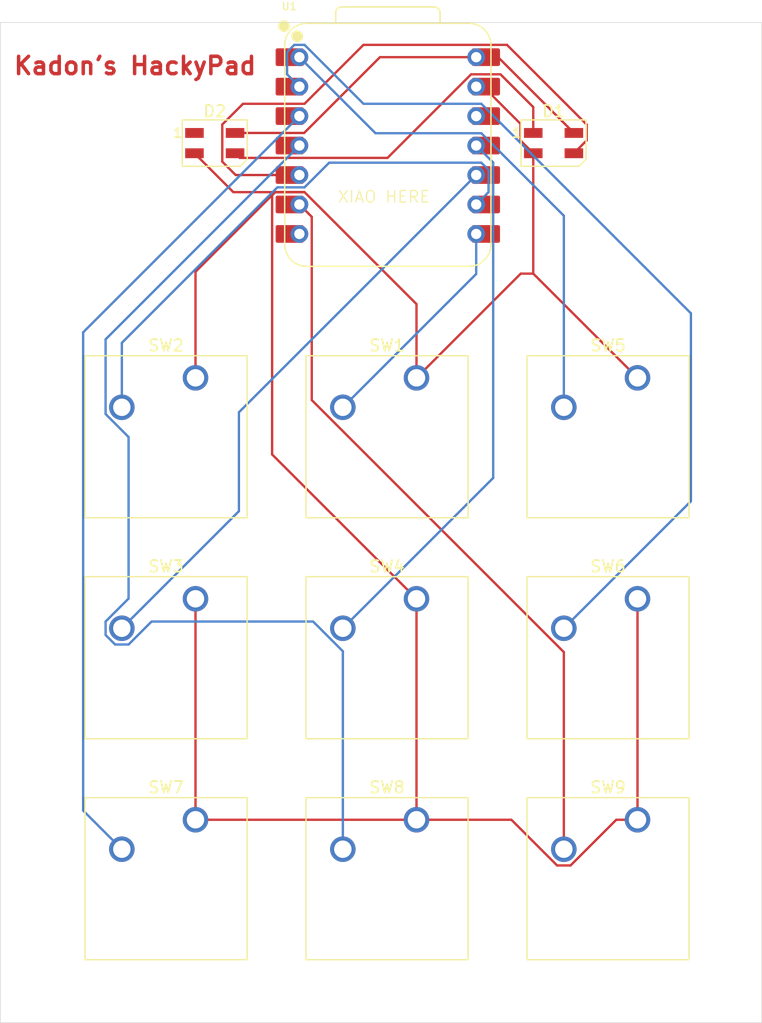
<source format=kicad_pcb>
(kicad_pcb (version 20241229) (generator "pcbnew") (generator_version "9.0")
  (layers (0 "F.Cu" signal) (2 "B.Cu" signal) (13 "F.Paste" user) (15 "B.Paste" user) (5 "F.SilkS" user "F.Silkscreen") (7 "B.SilkS" user "B.Silkscreen") (1 "F.Mask" user) (3 "B.Mask" user) (25 "Edge.Cuts" user))
  (net 0 "")
  (net 1 "Net-(D1-DOUT)")
  (net 2 "GND")
  (net 3 "+5V")
  (net 4 "Net-(D1-DIN)")
  (net 6 "Net-(U1-GPIO1{slash}RX)")
  (net 7 "Net-(U1-GPIO2{slash}SCK)")
  (net 8 "Net-(U1-GPIO4{slash}MISO)")
  (net 9 "Net-(U1-GPIO3{slash}MOSI)")
  (net 12 "Net-(U1-GPIO28{slash}ADC2{slash}A2)")
  (net 13 "Net-(U1-GPIO7{slash}SCL)")
  (net 14 "Net-(U1-GPIO27{slash}ADC1{slash}A1)")
  (net 15 "Net-(U1-GPIO29{slash}ADC3{slash}A3)")
  (net 16 "Net-(U1-GPIO26{slash}ADC0{slash}A0)")
  (footprint "Button_Switch_Keyboard:SW_Cherry_MX_1.00u_PCB" (layer "F.Cu") (at 197.8025 121.12625)
    (property "Reference" "SW7" (at -2.54 -2.794 0) (layer "F.SilkS"))
    (property "Value" "SW_Push")
    (fp_line (start -9.525 -1.905) (end 4.445 -1.905) (stroke (width 0.12)) (layer "F.SilkS"))
    (fp_line (start -9.525 12.065) (end -9.525 -1.905) (stroke (width 0.12)) (layer "F.SilkS"))
    (fp_line (start 4.445 -1.905) (end 4.445 12.065) (stroke (width 0.12)) (layer "F.SilkS"))
    (fp_line (start 4.445 12.065) (end -9.525 12.065) (stroke (width 0.12)) (layer "F.SilkS"))
    (pad "" np_thru_hole circle (at -7.62 5.08) (size 1.7 1.7) (drill 1.7) (layers "*.Cu" "*.Mask"))
    (pad "" np_thru_hole circle (at -2.54 5.08) (size 4 4) (drill 4) (layers "*.Cu" "*.Mask"))
    (pad "" np_thru_hole circle (at 2.54 5.08) (size 1.7 1.7) (drill 1.7) (layers "*.Cu" "*.Mask"))
    (pad "1" thru_hole circle (at 0 0) (size 2.2 2.2) (drill 1.5) (layers "*.Cu" "*.Mask") (net 2 "GND"))
    (pad "2" thru_hole circle (at -6.35 2.54) (size 2.2 2.2) (drill 1.5) (layers "*.Cu" "*.Mask") (net 12 "Net-(U1-GPIO28{slash}ADC2{slash}A2)"))
  )
  (footprint "Button_Switch_Keyboard:SW_Cherry_MX_1.00u_PCB" (layer "F.Cu") (at 216.8525 83.02625)
    (property "Reference" "SW1" (at -2.54 -2.794 0) (layer "F.SilkS"))
    (property "Value" "SW_Push")
    (fp_line (start -9.525 -1.905) (end 4.445 -1.905) (stroke (width 0.12)) (layer "F.SilkS"))
    (fp_line (start -9.525 12.065) (end -9.525 -1.905) (stroke (width 0.12)) (layer "F.SilkS"))
    (fp_line (start 4.445 -1.905) (end 4.445 12.065) (stroke (width 0.12)) (layer "F.SilkS"))
    (fp_line (start 4.445 12.065) (end -9.525 12.065) (stroke (width 0.12)) (layer "F.SilkS"))
    (pad "" np_thru_hole circle (at -7.62 5.08) (size 1.7 1.7) (drill 1.7) (layers "*.Cu" "*.Mask"))
    (pad "" np_thru_hole circle (at -2.54 5.08) (size 4 4) (drill 4) (layers "*.Cu" "*.Mask"))
    (pad "" np_thru_hole circle (at 2.54 5.08) (size 1.7 1.7) (drill 1.7) (layers "*.Cu" "*.Mask"))
    (pad "1" thru_hole circle (at 0 0) (size 2.2 2.2) (drill 1.5) (layers "*.Cu" "*.Mask") (net 2 "GND"))
    (pad "2" thru_hole circle (at -6.35 2.54) (size 2.2 2.2) (drill 1.5) (layers "*.Cu" "*.Mask") (net 6 "Net-(U1-GPIO1{slash}RX)"))
  )
  (footprint "LED_SMD:LED_SK6812MINI_PLCC4_3.5x3.5mm_P1.75mm" (layer "F.Cu") (at 199.46125 62.7875)
    (property "Reference" "D2" (at 0 -2.75 0) (layer "F.SilkS"))
    (property "Value" "SK6812MINI")
    (fp_line (start -2.8 -2) (end -2.8 2) (stroke (width 0.12)) (layer "F.SilkS"))
    (fp_line (start -2.8 -2) (end 2.8 -2) (stroke (width 0.12)) (layer "F.SilkS"))
    (fp_line (start -2.8 2) (end 2.2 2) (stroke (width 0.12)) (layer "F.SilkS"))
    (fp_line (start 2.8 1.4) (end 2.2 2) (stroke (width 0.12)) (layer "F.SilkS"))
    (fp_line (start 2.8 1.4) (end 2.8 -2) (stroke (width 0.12)) (layer "F.SilkS"))
    (fp_text user "1" (at -3.2 -0.875 0) (layer "F.SilkS") (effects (font (size 0.8 0.8))))
    (pad "1" smd rect (at -1.75 -0.875) (size 1.6 0.85) (layers "F.Cu" "F.Mask" "F.Paste"))
    (pad "2" smd rect (at -1.75 0.875) (size 1.6 0.85) (layers "F.Cu" "F.Mask" "F.Paste") (net 2 "GND"))
    (pad "3" smd rect (at 1.75 0.875) (size 1.6 0.85) (layers "F.Cu" "F.Mask" "F.Paste") (net 1 "Net-(D1-DOUT)"))
    (pad "4" smd rect (at 1.75 -0.875) (size 1.6 0.85) (layers "F.Cu" "F.Mask" "F.Paste") (net 3 "+5V"))
  )
  (footprint "OPL:XIAO-RP2040-DIP" (layer "F.Cu") (at 214.38 63)
    (property "Reference" "U1" (at -8.5 -12 0) (layer "F.SilkS") (effects (font (size 0.635 0.635) (thickness 0.1016))))
    (property "Value" "XIAO-RP2040-DIP")
    (fp_line (start -8.89 8.509) (end -8.89 -8.636) (stroke (width 0.127)) (layer "F.SilkS"))
    (fp_line (start -6.985 10.414) (end 6.985 10.414) (stroke (width 0.127)) (layer "F.SilkS"))
    (fp_line (start -4.495 -10.541) (end -4.491272 -11.451272) (stroke (width 0.127)) (layer "F.SilkS"))
    (fp_line (start -3.991272 -11.951) (end 4.004 -11.951) (stroke (width 0.127)) (layer "F.SilkS"))
    (fp_line (start 4.504 -11.451) (end 4.504 -10.541) (stroke (width 0.127)) (layer "F.SilkS"))
    (fp_line (start 6.985 -10.541) (end -6.985 -10.541) (stroke (width 0.1)) (layer "F.SilkS"))
    (fp_line (start 6.985 -10.541) (end -6.985 -10.541) (stroke (width 0.127)) (layer "F.SilkS"))
    (fp_line (start 8.89 8.509) (end 8.89 -8.636) (stroke (width 0.127)) (layer "F.SilkS"))
    (fp_arc (start -8.89 -8.636) (mid -8.332038 -9.983038) (end -6.985 -10.541) (stroke (width 0.127)) (layer "F.SilkS"))
    (fp_arc (start -6.985 10.414) (mid -8.332038 9.856038) (end -8.89 8.509) (stroke (width 0.127)) (layer "F.SilkS"))
    (fp_arc (start -4.491272 -11.451272) (mid -4.344728 -11.80464) (end -3.991272 -11.951) (stroke (width 0.127)) (layer "F.SilkS"))
    (fp_arc (start 4.004 -11.951) (mid 4.357553 -11.804553) (end 4.504 -11.451) (stroke (width 0.127)) (layer "F.SilkS"))
    (fp_arc (start 6.985 -10.541) (mid 8.332038 -9.983038) (end 8.89 -8.636) (stroke (width 0.127)) (layer "F.SilkS"))
    (fp_arc (start 8.89 8.509) (mid 8.332038 9.856038) (end 6.985 10.414) (stroke (width 0.127)) (layer "F.SilkS"))
    (fp_circle (center -8.95 -10.3) (end -8.95 -10.554) (stroke (width 0.5)) (fill yes) (layer "F.SilkS"))
    (fp_circle (center -7.807 -9.42) (end -7.807 -9.674) (stroke (width 0.5)) (fill yes) (layer "F.SilkS"))
    (pad "1" smd roundrect (at -8.455 -7.62 180) (size 2.432 1.524) (layers "F.Cu" "F.Mask") (roundrect_rratio 0.1) (net 16 "Net-(U1-GPIO26{slash}ADC0{slash}A0)"))
    (pad "1" thru_hole circle (at -7.62 -7.62 180) (size 1.524 1.524) (drill 0.889) (layers "*.Cu" "*.Mask") (net 16 "Net-(U1-GPIO26{slash}ADC0{slash}A0)"))
    (pad "2" smd roundrect (at -8.455 -5.08 180) (size 2.432 1.524) (layers "F.Cu" "F.Mask") (roundrect_rratio 0.1) (net 14 "Net-(U1-GPIO27{slash}ADC1{slash}A1)"))
    (pad "2" thru_hole circle (at -7.62 -5.08 180) (size 1.524 1.524) (drill 0.889) (layers "*.Cu" "*.Mask") (net 14 "Net-(U1-GPIO27{slash}ADC1{slash}A1)"))
    (pad "3" smd roundrect (at -8.455 -2.54 180) (size 2.432 1.524) (layers "F.Cu" "F.Mask") (roundrect_rratio 0.1) (net 12 "Net-(U1-GPIO28{slash}ADC2{slash}A2)"))
    (pad "3" thru_hole circle (at -7.62 -2.54 180) (size 1.524 1.524) (drill 0.889) (layers "*.Cu" "*.Mask") (net 12 "Net-(U1-GPIO28{slash}ADC2{slash}A2)"))
    (pad "4" smd roundrect (at -8.455 0 180) (size 2.432 1.524) (layers "F.Cu" "F.Mask") (roundrect_rratio 0.1) (net 15 "Net-(U1-GPIO29{slash}ADC3{slash}A3)"))
    (pad "4" thru_hole circle (at -7.62 0 180) (size 1.524 1.524) (drill 0.889) (layers "*.Cu" "*.Mask") (net 15 "Net-(U1-GPIO29{slash}ADC3{slash}A3)"))
    (pad "5" smd roundrect (at -8.455 2.54 180) (size 2.432 1.524) (layers "F.Cu" "F.Mask") (roundrect_rratio 0.1) (net 4 "Net-(D1-DIN)"))
    (pad "5" thru_hole circle (at -7.62 2.54 180) (size 1.524 1.524) (drill 0.889) (layers "*.Cu" "*.Mask") (net 4 "Net-(D1-DIN)"))
    (pad "6" smd roundrect (at -8.455 5.08 180) (size 2.432 1.524) (layers "F.Cu" "F.Mask") (roundrect_rratio 0.1) (net 13 "Net-(U1-GPIO7{slash}SCL)"))
    (pad "6" thru_hole circle (at -7.62 5.08 180) (size 1.524 1.524) (drill 0.889) (layers "*.Cu" "*.Mask") (net 13 "Net-(U1-GPIO7{slash}SCL)"))
    (pad "7" smd roundrect (at -8.455 7.62 180) (size 2.432 1.524) (layers "F.Cu" "F.Mask") (roundrect_rratio 0.1))
    (pad "7" thru_hole circle (at -7.62 7.62 180) (size 1.524 1.524) (drill 0.889) (layers "*.Cu" "*.Mask"))
    (pad "8" thru_hole circle (at 7.62 7.62) (size 1.524 1.524) (drill 0.889) (layers "*.Cu" "*.Mask") (net 6 "Net-(U1-GPIO1{slash}RX)"))
    (pad "8" smd roundrect (at 8.455 7.62) (size 2.432 1.524) (layers "F.Cu" "F.Mask") (roundrect_rratio 0.1) (net 6 "Net-(U1-GPIO1{slash}RX)"))
    (pad "9" thru_hole circle (at 7.62 5.08) (size 1.524 1.524) (drill 0.889) (layers "*.Cu" "*.Mask") (net 7 "Net-(U1-GPIO2{slash}SCK)"))
    (pad "9" smd roundrect (at 8.455 5.08) (size 2.432 1.524) (layers "F.Cu" "F.Mask") (roundrect_rratio 0.1) (net 7 "Net-(U1-GPIO2{slash}SCK)"))
    (pad "10" thru_hole circle (at 7.62 2.54) (size 1.524 1.524) (drill 0.889) (layers "*.Cu" "*.Mask") (net 8 "Net-(U1-GPIO4{slash}MISO)"))
    (pad "10" smd roundrect (at 8.455 2.54) (size 2.432 1.524) (layers "F.Cu" "F.Mask") (roundrect_rratio 0.1) (net 8 "Net-(U1-GPIO4{slash}MISO)"))
    (pad "11" thru_hole circle (at 7.62 0) (size 1.524 1.524) (drill 0.889) (layers "*.Cu" "*.Mask") (net 9 "Net-(U1-GPIO3{slash}MOSI)"))
    (pad "11" smd roundrect (at 8.455 0) (size 2.432 1.524) (layers "F.Cu" "F.Mask") (roundrect_rratio 0.1) (net 9 "Net-(U1-GPIO3{slash}MOSI)"))
    (pad "12" thru_hole circle (at 7.62 -2.54) (size 1.524 1.524) (drill 0.889) (layers "*.Cu" "*.Mask"))
    (pad "12" smd roundrect (at 8.455 -2.54) (size 2.432 1.524) (layers "F.Cu" "F.Mask") (roundrect_rratio 0.1))
    (pad "13" thru_hole circle (at 7.62 -5.08) (size 1.524 1.524) (drill 0.889) (layers "*.Cu" "*.Mask") (net 2 "GND"))
    (pad "13" smd roundrect (at 8.455 -5.08) (size 2.432 1.524) (layers "F.Cu" "F.Mask") (roundrect_rratio 0.1) (net 2 "GND"))
    (pad "14" thru_hole circle (at 7.62 -7.62) (size 1.524 1.524) (drill 0.889) (layers "*.Cu" "*.Mask") (net 3 "+5V"))
    (pad "14" smd roundrect (at 8.455 -7.62) (size 2.432 1.524) (layers "F.Cu" "F.Mask") (roundrect_rratio 0.1) (net 3 "+5V"))
  )
  (footprint "Button_Switch_Keyboard:SW_Cherry_MX_1.00u_PCB" (layer "F.Cu") (at 235.9025 83.02625)
    (property "Reference" "SW5" (at -2.54 -2.794 0) (layer "F.SilkS"))
    (property "Value" "SW_Push")
    (fp_line (start -9.525 -1.905) (end 4.445 -1.905) (stroke (width 0.12)) (layer "F.SilkS"))
    (fp_line (start -9.525 12.065) (end -9.525 -1.905) (stroke (width 0.12)) (layer "F.SilkS"))
    (fp_line (start 4.445 -1.905) (end 4.445 12.065) (stroke (width 0.12)) (layer "F.SilkS"))
    (fp_line (start 4.445 12.065) (end -9.525 12.065) (stroke (width 0.12)) (layer "F.SilkS"))
    (pad "" np_thru_hole circle (at -7.62 5.08) (size 1.7 1.7) (drill 1.7) (layers "*.Cu" "*.Mask"))
    (pad "" np_thru_hole circle (at -2.54 5.08) (size 4 4) (drill 4) (layers "*.Cu" "*.Mask"))
    (pad "" np_thru_hole circle (at 2.54 5.08) (size 1.7 1.7) (drill 1.7) (layers "*.Cu" "*.Mask"))
    (pad "1" thru_hole circle (at 0 0) (size 2.2 2.2) (drill 1.5) (layers "*.Cu" "*.Mask") (net 2 "GND"))
    (pad "2" thru_hole circle (at -6.35 2.54) (size 2.2 2.2) (drill 1.5) (layers "*.Cu" "*.Mask") (net 16 "Net-(U1-GPIO26{slash}ADC0{slash}A0)"))
  )
  (footprint "Button_Switch_Keyboard:SW_Cherry_MX_1.00u_PCB" (layer "F.Cu") (at 235.9025 121.12625)
    (property "Reference" "SW9" (at -2.54 -2.794 0) (layer "F.SilkS"))
    (property "Value" "SW_Push")
    (fp_line (start -9.525 -1.905) (end 4.445 -1.905) (stroke (width 0.12)) (layer "F.SilkS"))
    (fp_line (start -9.525 12.065) (end -9.525 -1.905) (stroke (width 0.12)) (layer "F.SilkS"))
    (fp_line (start 4.445 -1.905) (end 4.445 12.065) (stroke (width 0.12)) (layer "F.SilkS"))
    (fp_line (start 4.445 12.065) (end -9.525 12.065) (stroke (width 0.12)) (layer "F.SilkS"))
    (pad "" np_thru_hole circle (at -7.62 5.08) (size 1.7 1.7) (drill 1.7) (layers "*.Cu" "*.Mask"))
    (pad "" np_thru_hole circle (at -2.54 5.08) (size 4 4) (drill 4) (layers "*.Cu" "*.Mask"))
    (pad "" np_thru_hole circle (at 2.54 5.08) (size 1.7 1.7) (drill 1.7) (layers "*.Cu" "*.Mask"))
    (pad "1" thru_hole circle (at 0 0) (size 2.2 2.2) (drill 1.5) (layers "*.Cu" "*.Mask") (net 2 "GND"))
    (pad "2" thru_hole circle (at -6.35 2.54) (size 2.2 2.2) (drill 1.5) (layers "*.Cu" "*.Mask") (net 13 "Net-(U1-GPIO7{slash}SCL)"))
  )
  (footprint "LED_SMD:LED_SK6812MINI_PLCC4_3.5x3.5mm_P1.75mm" (layer "F.Cu") (at 228.6675 62.7875)
    (property "Reference" "D1" (at 0 -2.75 0) (layer "F.SilkS"))
    (property "Value" "SK6812MINI")
    (fp_line (start -2.8 -2) (end -2.8 2) (stroke (width 0.12)) (layer "F.SilkS"))
    (fp_line (start -2.8 -2) (end 2.8 -2) (stroke (width 0.12)) (layer "F.SilkS"))
    (fp_line (start -2.8 2) (end 2.2 2) (stroke (width 0.12)) (layer "F.SilkS"))
    (fp_line (start 2.8 1.4) (end 2.2 2) (stroke (width 0.12)) (layer "F.SilkS"))
    (fp_line (start 2.8 1.4) (end 2.8 -2) (stroke (width 0.12)) (layer "F.SilkS"))
    (fp_text user "1" (at -3.2 -0.875 0) (layer "F.SilkS") (effects (font (size 0.8 0.8))))
    (pad "1" smd rect (at -1.75 -0.875) (size 1.6 0.85) (layers "F.Cu" "F.Mask" "F.Paste") (net 1 "Net-(D1-DOUT)"))
    (pad "2" smd rect (at -1.75 0.875) (size 1.6 0.85) (layers "F.Cu" "F.Mask" "F.Paste") (net 2 "GND"))
    (pad "3" smd rect (at 1.75 0.875) (size 1.6 0.85) (layers "F.Cu" "F.Mask" "F.Paste") (net 4 "Net-(D1-DIN)"))
    (pad "4" smd rect (at 1.75 -0.875) (size 1.6 0.85) (layers "F.Cu" "F.Mask" "F.Paste") (net 3 "+5V"))
  )
  (footprint "Button_Switch_Keyboard:SW_Cherry_MX_1.00u_PCB" (layer "F.Cu") (at 216.8525 102.07625)
    (property "Reference" "SW4" (at -2.54 -2.794 0) (layer "F.SilkS"))
    (property "Value" "SW_Push")
    (fp_line (start -9.525 -1.905) (end 4.445 -1.905) (stroke (width 0.12)) (layer "F.SilkS"))
    (fp_line (start -9.525 12.065) (end -9.525 -1.905) (stroke (width 0.12)) (layer "F.SilkS"))
    (fp_line (start 4.445 -1.905) (end 4.445 12.065) (stroke (width 0.12)) (layer "F.SilkS"))
    (fp_line (start 4.445 12.065) (end -9.525 12.065) (stroke (width 0.12)) (layer "F.SilkS"))
    (pad "" np_thru_hole circle (at -7.62 5.08) (size 1.7 1.7) (drill 1.7) (layers "*.Cu" "*.Mask"))
    (pad "" np_thru_hole circle (at -2.54 5.08) (size 4 4) (drill 4) (layers "*.Cu" "*.Mask"))
    (pad "" np_thru_hole circle (at 2.54 5.08) (size 1.7 1.7) (drill 1.7) (layers "*.Cu" "*.Mask"))
    (pad "1" thru_hole circle (at 0 0) (size 2.2 2.2) (drill 1.5) (layers "*.Cu" "*.Mask") (net 2 "GND"))
    (pad "2" thru_hole circle (at -6.35 2.54) (size 2.2 2.2) (drill 1.5) (layers "*.Cu" "*.Mask") (net 9 "Net-(U1-GPIO3{slash}MOSI)"))
  )
  (footprint "Button_Switch_Keyboard:SW_Cherry_MX_1.00u_PCB" (layer "F.Cu") (at 197.8025 83.02625)
    (property "Reference" "SW2" (at -2.54 -2.794 0) (layer "F.SilkS"))
    (property "Value" "SW_Push")
    (fp_line (start -9.525 -1.905) (end 4.445 -1.905) (stroke (width 0.12)) (layer "F.SilkS"))
    (fp_line (start -9.525 12.065) (end -9.525 -1.905) (stroke (width 0.12)) (layer "F.SilkS"))
    (fp_line (start 4.445 -1.905) (end 4.445 12.065) (stroke (width 0.12)) (layer "F.SilkS"))
    (fp_line (start 4.445 12.065) (end -9.525 12.065) (stroke (width 0.12)) (layer "F.SilkS"))
    (pad "" np_thru_hole circle (at -7.62 5.08) (size 1.7 1.7) (drill 1.7) (layers "*.Cu" "*.Mask"))
    (pad "" np_thru_hole circle (at -2.54 5.08) (size 4 4) (drill 4) (layers "*.Cu" "*.Mask"))
    (pad "" np_thru_hole circle (at 2.54 5.08) (size 1.7 1.7) (drill 1.7) (layers "*.Cu" "*.Mask"))
    (pad "1" thru_hole circle (at 0 0) (size 2.2 2.2) (drill 1.5) (layers "*.Cu" "*.Mask") (net 2 "GND"))
    (pad "2" thru_hole circle (at -6.35 2.54) (size 2.2 2.2) (drill 1.5) (layers "*.Cu" "*.Mask") (net 7 "Net-(U1-GPIO2{slash}SCK)"))
  )
  (footprint "Button_Switch_Keyboard:SW_Cherry_MX_1.00u_PCB" (layer "F.Cu") (at 235.9025 102.07625)
    (property "Reference" "SW6" (at -2.54 -2.794 0) (layer "F.SilkS"))
    (property "Value" "SW_Push")
    (fp_line (start -9.525 -1.905) (end 4.445 -1.905) (stroke (width 0.12)) (layer "F.SilkS"))
    (fp_line (start -9.525 12.065) (end -9.525 -1.905) (stroke (width 0.12)) (layer "F.SilkS"))
    (fp_line (start 4.445 -1.905) (end 4.445 12.065) (stroke (width 0.12)) (layer "F.SilkS"))
    (fp_line (start 4.445 12.065) (end -9.525 12.065) (stroke (width 0.12)) (layer "F.SilkS"))
    (pad "" np_thru_hole circle (at -7.62 5.08) (size 1.7 1.7) (drill 1.7) (layers "*.Cu" "*.Mask"))
    (pad "" np_thru_hole circle (at -2.54 5.08) (size 4 4) (drill 4) (layers "*.Cu" "*.Mask"))
    (pad "" np_thru_hole circle (at 2.54 5.08) (size 1.7 1.7) (drill 1.7) (layers "*.Cu" "*.Mask"))
    (pad "1" thru_hole circle (at 0 0) (size 2.2 2.2) (drill 1.5) (layers "*.Cu" "*.Mask") (net 2 "GND"))
    (pad "2" thru_hole circle (at -6.35 2.54) (size 2.2 2.2) (drill 1.5) (layers "*.Cu" "*.Mask") (net 14 "Net-(U1-GPIO27{slash}ADC1{slash}A1)"))
  )
  (footprint "Button_Switch_Keyboard:SW_Cherry_MX_1.00u_PCB" (layer "F.Cu") (at 197.8025 102.07625)
    (property "Reference" "SW3" (at -2.54 -2.794 0) (layer "F.SilkS"))
    (property "Value" "SW_Push")
    (fp_line (start -9.525 -1.905) (end 4.445 -1.905) (stroke (width 0.12)) (layer "F.SilkS"))
    (fp_line (start -9.525 12.065) (end -9.525 -1.905) (stroke (width 0.12)) (layer "F.SilkS"))
    (fp_line (start 4.445 -1.905) (end 4.445 12.065) (stroke (width 0.12)) (layer "F.SilkS"))
    (fp_line (start 4.445 12.065) (end -9.525 12.065) (stroke (width 0.12)) (layer "F.SilkS"))
    (pad "" np_thru_hole circle (at -7.62 5.08) (size 1.7 1.7) (drill 1.7) (layers "*.Cu" "*.Mask"))
    (pad "" np_thru_hole circle (at -2.54 5.08) (size 4 4) (drill 4) (layers "*.Cu" "*.Mask"))
    (pad "" np_thru_hole circle (at 2.54 5.08) (size 1.7 1.7) (drill 1.7) (layers "*.Cu" "*.Mask"))
    (pad "1" thru_hole circle (at 0 0) (size 2.2 2.2) (drill 1.5) (layers "*.Cu" "*.Mask") (net 2 "GND"))
    (pad "2" thru_hole circle (at -6.35 2.54) (size 2.2 2.2) (drill 1.5) (layers "*.Cu" "*.Mask") (net 8 "Net-(U1-GPIO4{slash}MISO)"))
  )
  (footprint "Button_Switch_Keyboard:SW_Cherry_MX_1.00u_PCB" (layer "F.Cu") (at 216.8525 121.12625)
    (property "Reference" "SW8" (at -2.54 -2.794 0) (layer "F.SilkS"))
    (property "Value" "SW_Push")
    (fp_line (start -9.525 -1.905) (end 4.445 -1.905) (stroke (width 0.12)) (layer "F.SilkS"))
    (fp_line (start -9.525 12.065) (end -9.525 -1.905) (stroke (width 0.12)) (layer "F.SilkS"))
    (fp_line (start 4.445 -1.905) (end 4.445 12.065) (stroke (width 0.12)) (layer "F.SilkS"))
    (fp_line (start 4.445 12.065) (end -9.525 12.065) (stroke (width 0.12)) (layer "F.SilkS"))
    (pad "" np_thru_hole circle (at -7.62 5.08) (size 1.7 1.7) (drill 1.7) (layers "*.Cu" "*.Mask"))
    (pad "" np_thru_hole circle (at -2.54 5.08) (size 4 4) (drill 4) (layers "*.Cu" "*.Mask"))
    (pad "" np_thru_hole circle (at 2.54 5.08) (size 1.7 1.7) (drill 1.7) (layers "*.Cu" "*.Mask"))
    (pad "1" thru_hole circle (at 0 0) (size 2.2 2.2) (drill 1.5) (layers "*.Cu" "*.Mask") (net 2 "GND"))
    (pad "2" thru_hole circle (at -6.35 2.54) (size 2.2 2.2) (drill 1.5) (layers "*.Cu" "*.Mask") (net 15 "Net-(U1-GPIO29{slash}ADC3{slash}A3)"))
  )
  (gr_rect (start 180.975 52.39) (end 246.61875 138.61875) (stroke (width 0.05)) (fill no) (layer "Edge.Cuts"))
  (gr_text "Kadon's HackyPad" (at 182 57 0) (layer "F.Cu") (effects (font (size 1.5 1.5) (thickness 0.3) (bold yes)) (justify left bottom)))
  (gr_text "XIAO HERE" (at 210 68 0) (layer "F.SilkS") (effects (font (size 1 1) (thickness 0.1)) (justify left bottom)))
  (segment (start 224.090626 56.857) (end 226.9175 59.683874) (width 0.2) (layer "F.Cu") (net 1))
  (segment (start 226.9175 59.683874) (end 226.9175 61.9125) (width 0.2) (layer "F.Cu") (net 1))
  (segment (start 221.55969 56.857) (end 224.090626 56.857) (width 0.2) (layer "F.Cu") (net 1))
  (segment (start 201.21125 63.6625) (end 201.61175 64.063) (width 0.2) (layer "F.Cu") (net 1))
  (segment (start 201.61175 64.063) (end 214.35369 64.063) (width 0.2) (layer "F.Cu") (net 1))
  (segment (start 214.35369 64.063) (end 221.55969 56.857) (width 0.2) (layer "F.Cu") (net 1))
  (segment (start 216.8525 102.07625) (end 216.8525 121.12625) (width 0.2) (layer "F.Cu") (net 2))
  (segment (start 226.9175 74.04125) (end 225.8375 74.04125) (width 0.2) (layer "F.Cu") (net 2))
  (segment (start 197.71125 63.6625) (end 201.06575 67.017) (width 0.2) (layer "F.Cu") (net 2))
  (segment (start 228.972186 125.06725) (end 230.132814 125.06725) (width 0.2) (layer "F.Cu") (net 2))
  (segment (start 204.408 89.63175) (end 216.8525 102.07625) (width 0.2) (layer "F.Cu") (net 2))
  (segment (start 225.8165 61.122874) (end 222.613626 57.92) (width 0.2) (layer "F.Cu") (net 2))
  (segment (start 204.7875 67.017) (end 204.669374 67.017) (width 0.2) (layer "F.Cu") (net 2))
  (segment (start 226.9175 74.04125) (end 235.9025 83.02625) (width 0.2) (layer "F.Cu") (net 2))
  (segment (start 207.20031 67.017) (end 204.669374 67.017) (width 0.2) (layer "F.Cu") (net 2))
  (segment (start 201.06575 67.017) (end 204.7875 67.017) (width 0.2) (layer "F.Cu") (net 2))
  (segment (start 226.9175 63.6625) (end 226.9175 74.04125) (width 0.2) (layer "F.Cu") (net 2))
  (segment (start 207.20031 67.017) (end 204.7875 67.017) (width 0.2) (layer "F.Cu") (net 2))
  (segment (start 197.8025 121.12625) (end 197.8025 102.07625) (width 0.2) (layer "F.Cu") (net 2))
  (segment (start 230.132814 125.06725) (end 234.073814 121.12625) (width 0.2) (layer "F.Cu") (net 2))
  (segment (start 226.9175 63.6625) (end 225.8165 62.5615) (width 0.2) (layer "F.Cu") (net 2))
  (segment (start 216.8525 76.66919) (end 207.20031 67.017) (width 0.2) (layer "F.Cu") (net 2))
  (segment (start 216.8525 121.12625) (end 225.031186 121.12625) (width 0.2) (layer "F.Cu") (net 2))
  (segment (start 234.073814 121.12625) (end 235.9025 121.12625) (width 0.2) (layer "F.Cu") (net 2))
  (segment (start 235.9025 121.12625) (end 235.9025 102.07625) (width 0.2) (layer "F.Cu") (net 2))
  (segment (start 204.408 67.278374) (end 204.408 89.63175) (width 0.2) (layer "F.Cu") (net 2))
  (segment (start 204.669374 67.017) (end 197.8025 73.883874) (width 0.2) (layer "F.Cu") (net 2))
  (segment (start 225.031186 121.12625) (end 228.972186 125.06725) (width 0.2) (layer "F.Cu") (net 2))
  (segment (start 222.613626 57.92) (end 222 57.92) (width 0.2) (layer "F.Cu") (net 2))
  (segment (start 197.8025 73.883874) (end 197.8025 83.02625) (width 0.2) (layer "F.Cu") (net 2))
  (segment (start 225.8375 74.04125) (end 216.8525 83.02625) (width 0.2) (layer "F.Cu") (net 2))
  (segment (start 216.8525 83.02625) (end 216.8525 76.66919) (width 0.2) (layer "F.Cu") (net 2))
  (segment (start 216.8525 121.12625) (end 197.8025 121.12625) (width 0.2) (layer "F.Cu") (net 2))
  (segment (start 225.8165 62.5615) (end 225.8165 61.122874) (width 0.2) (layer "F.Cu") (net 2))
  (segment (start 204.669374 67.017) (end 204.408 67.278374) (width 0.2) (layer "F.Cu") (net 2))
  (segment (start 201.21125 61.9125) (end 207.16875 61.9125) (width 0.2) (layer "F.Cu") (net 3))
  (segment (start 207.16875 61.9125) (end 213.70125 55.38) (width 0.2) (layer "F.Cu") (net 3))
  (segment (start 230.4175 61.9125) (end 223.885 55.38) (width 0.2) (layer "F.Cu") (net 3))
  (segment (start 223.885 55.38) (end 222 55.38) (width 0.2) (layer "F.Cu") (net 3))
  (segment (start 213.70125 55.38) (end 222 55.38) (width 0.2) (layer "F.Cu") (net 3))
  (segment (start 231.5185 61.1865) (end 231.5185 62.5615) (width 0.2) (layer "F.Cu") (net 4))
  (segment (start 207.20031 59.397) (end 212.28031 54.317) (width 0.2) (layer "F.Cu") (net 4))
  (segment (start 224.649 54.317) (end 231.5185 61.1865) (width 0.2) (layer "F.Cu") (net 4))
  (segment (start 206.76 65.54) (end 201.26175 65.54) (width 0.2) (layer "F.Cu") (net 4))
  (segment (start 212.28031 54.317) (end 224.649 54.317) (width 0.2) (layer "F.Cu") (net 4))
  (segment (start 201.26175 65.54) (end 200.11025 64.3885) (width 0.2) (layer "F.Cu") (net 4))
  (segment (start 200.11025 64.3885) (end 200.11025 61.1865) (width 0.2) (layer "F.Cu") (net 4))
  (segment (start 231.5185 62.5615) (end 230.4175 63.6625) (width 0.2) (layer "F.Cu") (net 4))
  (segment (start 200.11025 61.1865) (end 201.89975 59.397) (width 0.2) (layer "F.Cu") (net 4))
  (segment (start 201.89975 59.397) (end 207.20031 59.397) (width 0.2) (layer "F.Cu") (net 4))
  (segment (start 222 74.06875) (end 210.5025 85.56625) (width 0.2) (layer "B.Cu") (net 6))
  (segment (start 222 70.62) (end 222 74.06875) (width 0.2) (layer "B.Cu") (net 6))
  (segment (start 222.44031 64.477) (end 209.32631 64.477) (width 0.2) (layer "B.Cu") (net 7))
  (segment (start 207.20031 66.603) (end 204.8595 66.603) (width 0.2) (layer "B.Cu") (net 7))
  (segment (start 222 68.08) (end 223.063 67.017) (width 0.2) (layer "B.Cu") (net 7))
  (segment (start 209.32631 64.477) (end 207.20031 66.603) (width 0.2) (layer "B.Cu") (net 7))
  (segment (start 223.063 65.09969) (end 222.44031 64.477) (width 0.2) (layer "B.Cu") (net 7))
  (segment (start 191.4525 80.01) (end 191.4525 85.56625) (width 0.2) (layer "B.Cu") (net 7))
  (segment (start 204.8595 66.603) (end 191.4525 80.01) (width 0.2) (layer "B.Cu") (net 7))
  (segment (start 223.063 67.017) (end 223.063 65.09969) (width 0.2) (layer "B.Cu") (net 7))
  (segment (start 201.5435 94.52525) (end 191.4525 104.61625) (width 0.2) (layer "B.Cu") (net 8))
  (segment (start 201.5435 85.9965) (end 201.5435 94.52525) (width 0.2) (layer "B.Cu") (net 8))
  (segment (start 222 65.54) (end 201.5435 85.9965) (width 0.2) (layer "B.Cu") (net 8))
  (segment (start 223.464 91.65475) (end 210.5025 104.61625) (width 0.2) (layer "B.Cu") (net 9))
  (segment (start 223.464 64.464) (end 223.464 91.65475) (width 0.2) (layer "B.Cu") (net 9))
  (segment (start 222 63) (end 223.464 64.464) (width 0.2) (layer "B.Cu") (net 9))
  (segment (start 191.4525 123.66625) (end 188.11875 120.3325) (width 0.2) (layer "B.Cu") (net 12))
  (segment (start 188.11875 120.3325) (end 188.11875 79.10125) (width 0.2) (layer "B.Cu") (net 12))
  (segment (start 188.11875 79.10125) (end 206.76 60.46) (width 0.2) (layer "B.Cu") (net 12))
  (segment (start 229.5525 123.66625) (end 229.5525 106.671066) (width 0.2) (layer "F.Cu") (net 13))
  (segment (start 207.823 69.143) (end 206.76 68.08) (width 0.2) (layer "F.Cu") (net 13))
  (segment (start 207.823 84.941566) (end 207.823 69.143) (width 0.2) (layer "F.Cu") (net 13))
  (segment (start 229.5525 106.671066) (end 207.823 84.941566) (width 0.2) (layer "F.Cu") (net 13))
  (segment (start 240.50625 93.6625) (end 240.50625 77.46294) (width 0.2) (layer "B.Cu") (net 14))
  (segment (start 206.31969 54.317) (end 205.697 54.93969) (width 0.2) (layer "B.Cu") (net 14))
  (segment (start 222.44031 59.397) (end 212.28031 59.397) (width 0.2) (layer "B.Cu") (net 14))
  (segment (start 205.697 54.93969) (end 205.697 56.857) (width 0.2) (layer "B.Cu") (net 14))
  (segment (start 229.5525 104.61625) (end 240.50625 93.6625) (width 0.2) (layer "B.Cu") (net 14))
  (segment (start 240.50625 77.46294) (end 222.44031 59.397) (width 0.2) (layer "B.Cu") (net 14))
  (segment (start 207.20031 54.317) (end 206.31969 54.317) (width 0.2) (layer "B.Cu") (net 14))
  (segment (start 205.697 56.857) (end 206.76 57.92) (width 0.2) (layer "B.Cu") (net 14))
  (segment (start 212.28031 59.397) (end 207.20031 54.317) (width 0.2) (layer "B.Cu") (net 14))
  (segment (start 194.014128 104.035936) (end 192.032814 106.01725) (width 0.2) (layer "B.Cu") (net 15))
  (segment (start 210.5025 123.66625) (end 210.5025 106.597564) (width 0.2) (layer "B.Cu") (net 15))
  (segment (start 190.0515 79.7085) (end 206.76 63) (width 0.2) (layer "B.Cu") (net 15))
  (segment (start 192.032814 88.127878) (end 190.0515 86.146564) (width 0.2) (layer "B.Cu") (net 15))
  (segment (start 190.0515 104.035936) (end 192.032814 102.054622) (width 0.2) (layer "B.Cu") (net 15))
  (segment (start 190.0515 86.146564) (end 190.0515 79.7085) (width 0.2) (layer "B.Cu") (net 15))
  (segment (start 192.032814 106.01725) (end 190.872186 106.01725) (width 0.2) (layer "B.Cu") (net 15))
  (segment (start 210.5025 106.597564) (end 207.940872 104.035936) (width 0.2) (layer "B.Cu") (net 15))
  (segment (start 190.872186 106.01725) (end 190.0515 105.196564) (width 0.2) (layer "B.Cu") (net 15))
  (segment (start 207.940872 104.035936) (end 194.014128 104.035936) (width 0.2) (layer "B.Cu") (net 15))
  (segment (start 192.032814 102.054622) (end 192.032814 88.127878) (width 0.2) (layer "B.Cu") (net 15))
  (segment (start 190.0515 105.196564) (end 190.0515 104.035936) (width 0.2) (layer "B.Cu") (net 15))
  (segment (start 229.5525 69.04919) (end 229.5525 85.56625) (width 0.2) (layer "B.Cu") (net 16))
  (segment (start 222.44031 61.937) (end 229.5525 69.04919) (width 0.2) (layer "B.Cu") (net 16))
  (segment (start 206.76 55.38) (end 213.317 61.937) (width 0.2) (layer "B.Cu") (net 16))
  (segment (start 213.317 61.937) (end 222.44031 61.937) (width 0.2) (layer "B.Cu") (net 16))
)
</source>
